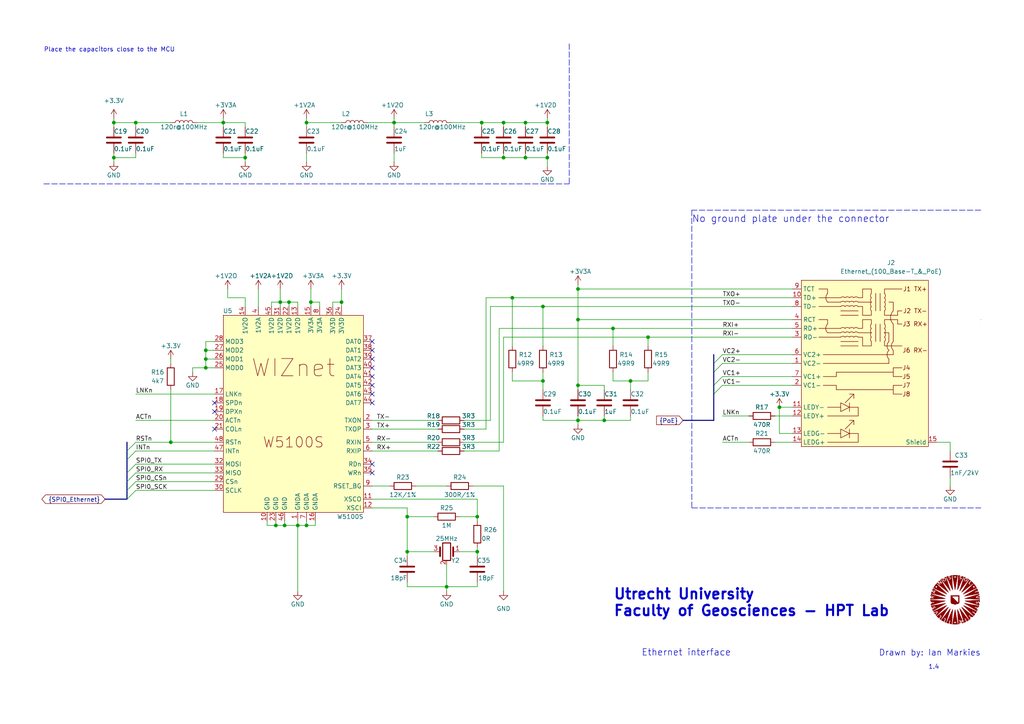
<source format=kicad_sch>
(kicad_sch (version 20211123) (generator eeschema)
  (paper "A4")
  (lib_symbols
    (symbol "+1V2A_1" (power) (in_bom no) (on_board no)
      (property "Value" "+1V2A_1" (at -3.81 3.81 0))
      (symbol "+1V2A_1_1_1"
        (pin power_in line (at 0 0 90) (length 0) hide (name "+1V2A") (number "1"))
      )
    )
    (symbol "+1V2D_1" (power) (in_bom no) (on_board no)
      (property "Value" "+1V2D_1" (at -3.81 3.81 0))
      (symbol "+1V2D_1_1_1"
        (pin power_in line (at 0 0 90) (length 0) hide (name "+1V2D") (number "1"))
      )
    )
    (symbol "+3V3A_1" (power) (in_bom no) (on_board no)
      (property "Value" "+3V3A_1" (at 0 5.08 0))
      (symbol "+3V3A_1_1_1"
        (pin power_in line (at 0 0 90) (length 0) hide (name "+3V3A") (number "1"))
      )
    )
    (symbol "+3V3A_2" (power) (in_bom no) (on_board no)
      (property "Value" "+3V3A_2" (at 0 5.08 0))
      (symbol "+3V3A_2_1_1"
        (pin power_in line (at 0 0 90) (length 0) hide (name "+3V3A") (number "1"))
      )
    )
    (symbol "Device:C" (pin_numbers hide) (pin_names (offset 0.254))
      (property "Reference" "C" (at 0.635 2.54 0))
      (property "Value" "C" (at 0.635 -2.54 0))
      (symbol "C_1_1"
        (pin passive line (at 0 3.81 270) (length 2.794) (name "~") (number "1"))
        (pin passive line (at 0 -3.81 90) (length 2.794) (name "~") (number "2"))
      )
    )
    (symbol "Device:L" (pin_numbers hide) (pin_names (offset 1.016) hide)
      (property "Reference" "L" (at -1.27 0 90))
      (property "Value" "L" (at 1.905 0 90))
      (symbol "L_1_1"
        (pin passive line (at 0 3.81 270) (length 1.27) (name "1") (number "1"))
        (pin passive line (at 0 -3.81 90) (length 1.27) (name "2") (number "2"))
      )
    )
    (symbol "Device:R" (pin_numbers hide) (pin_names (offset 0))
      (property "Reference" "R" (at 2.032 0 90))
      (property "Value" "R" (at 0 0 90))
      (symbol "R_1_1"
        (pin passive line (at 0 3.81 270) (length 1.27) (name "~") (number "1"))
        (pin passive line (at 0 -3.81 90) (length 1.27) (name "~") (number "2"))
      )
    )
    (symbol "HPT:+1V2A" (power) (in_bom no) (on_board no)
      (property "Value" "+1V2A" (at 0 5.08 0))
      (symbol "+1V2A_1_1"
        (pin power_in line (at 0 0 90) (length 0) hide (name "+1V2A") (number "1"))
      )
    )
    (symbol "HPT:+1V2D" (power) (in_bom no) (on_board no)
      (property "Value" "+1V2D" (at 0 5.08 0))
      (symbol "+1V2D_1_1"
        (pin power_in line (at 0 0 90) (length 0) hide (name "+1V2D") (number "1"))
      )
    )
    (symbol "HPT:+1V2O" (power) (in_bom no) (on_board no)
      (property "Value" "+1V2O" (at 0 5.08 0))
      (symbol "+1V2O_1_1"
        (pin power_in line (at 0 0 90) (length 0) hide (name "+1V2O") (number "1"))
      )
    )
    (symbol "HPT:+3V3A" (power) (in_bom no) (on_board no)
      (property "Value" "+3V3A" (at 0 5.08 0))
      (symbol "+3V3A_1_1"
        (pin power_in line (at 0 0 90) (length 0) hide (name "+3V3A") (number "1"))
      )
    )
    (symbol "HPT:Crystal"
      (property "Reference" "U" (at 1.27 6.35 0))
      (property "Value" "Crystal" (at 0 -8.89 0))
      (symbol "Crystal_1_1"
        (pin passive line (at -3.81 0 0) (length 1.27) (name "") (number "1"))
        (pin passive line (at 0 -3.81 90) (length 1.27) (name "") (number "2"))
        (pin passive line (at 3.81 0 180) (length 1.27) (name "") (number "3"))
        (pin passive line (at 0 -3.81 90) (length 1.27) hide (name "") (number "4"))
      )
    )
    (symbol "HPT:Ethernet_(100_Base-T_&_PoE)"
      (property "Reference" "J?" (at -16.51 29.21 0))
      (property "Value" "Ethernet_(100_Base-T_&_PoE)" (at -2.54 -21.59 0))
      (symbol "Ethernet_(100_Base-T_&_PoE)_0_0"
        (text "J1 TX+" (at 15.24 25.4 0) (effects (font (size 1.27 1.27))))
        (text "J2 TX-" (at 15.24 19.05 0) (effects (font (size 1.27 1.27))))
        (text "J3 RX+" (at 15.24 15.24 0) (effects (font (size 1.27 1.27))))
        (text "J4" (at 12.7 2.54 0) (effects (font (size 1.27 1.27))))
        (text "J5" (at 12.7 0 0) (effects (font (size 1.27 1.27))))
        (text "J6 RX-" (at 15.24 7.62 0) (effects (font (size 1.27 1.27))))
        (text "J7" (at 12.7 -2.54 0) (effects (font (size 1.27 1.27))))
        (text "J8" (at 12.7 -5.08 0) (effects (font (size 1.27 1.27))))
      )
      (symbol "Ethernet_(100_Base-T_&_PoE)_1_1"
        (pin output line (at -20.32 3.81 0) (length 2.54) (name "VC2-") (number "1"))
        (pin input line (at -20.32 22.86 0) (length 2.54) (name "TD+") (number "10"))
        (pin input line (at -20.32 -8.89 0) (length 2.54) (name "LEDY-") (number "11"))
        (pin input line (at -20.32 -11.43 0) (length 2.54) (name "LEDY+") (number "12"))
        (pin input line (at -20.32 -16.51 0) (length 2.54) (name "LEDG-") (number "13"))
        (pin input line (at -20.32 -19.05 0) (length 2.54) (name "LEDG+") (number "14"))
        (pin input line (at 21.59 -19.05 180) (length 2.54) (name "Shield") (number "15"))
        (pin input line (at 21.59 -19.05 180) (length 2.54) hide (name "Shield") (number "16"))
        (pin output line (at -20.32 -2.54 0) (length 2.54) (name "VC1-") (number "2"))
        (pin input line (at -20.32 11.43 0) (length 2.54) (name "RD-") (number "3"))
        (pin input line (at -20.32 16.51 0) (length 2.54) (name "RCT") (number "4"))
        (pin input line (at -20.32 13.97 0) (length 2.54) (name "RD+") (number "5"))
        (pin output line (at -20.32 6.35 0) (length 2.54) (name "VC2+") (number "6"))
        (pin output line (at -20.32 0 0) (length 2.54) (name "VC1+") (number "7"))
        (pin input line (at -20.32 20.32 0) (length 2.54) (name "TD-") (number "8"))
        (pin input line (at -20.32 25.4 0) (length 2.54) (name "TCT") (number "9"))
      )
    )
    (symbol "HPT:LOGO" (pin_names (offset 1.016)))
    (symbol "HPT:W5100S"
      (property "Reference" "U" (at -20.32 38.1 0))
      (property "Value" "W5100S" (at 20.32 -22.86 0))
      (symbol "W5100S_0_0"
        (text "W5100S" (at 0 0 0) (effects (font (size 3 3))))
        (text "WIZnet" (at 0 21.59 0) (effects (font (size 5 5))))
      )
      (symbol "W5100S_1_1"
        (pin input line (at -1.27 -22.86 90) (length 2.54) (name "GNDA") (number "1"))
        (pin input line (at 7.62 -22.86 90) (length 2.54) (name "GND") (number "10"))
        (pin input line (at -22.86 -16.51 0) (length 2.54) (name "XSCO") (number "11"))
        (pin input line (at -22.86 -19.05 0) (length 2.54) (name "XSCI") (number "12"))
        (pin input line (at -1.27 39.37 270) (length 2.54) (name "1V2D") (number "13"))
        (pin input line (at 13.97 39.37 270) (length 2.54) (name "1V2O") (number "14"))
        (pin input line (at -5.08 39.37 270) (length 2.54) (name "3V3A") (number "15"))
        (pin input line (at -6.35 -22.86 90) (length 2.54) (name "GNDA") (number "16"))
        (pin bidirectional line (at 22.86 13.97 180) (length 2.54) (name "LNKn") (number "17"))
        (pin bidirectional line (at 22.86 11.43 180) (length 2.54) (name "SPDn") (number "18"))
        (pin bidirectional line (at 22.86 8.89 180) (length 2.54) (name "DPXn") (number "19"))
        (pin input line (at -22.86 6.35 0) (length 2.54) (name "TXON") (number "2"))
        (pin bidirectional line (at 22.86 6.35 180) (length 2.54) (name "ACTn") (number "20"))
        (pin bidirectional line (at 22.86 3.81 180) (length 2.54) (name "COLn") (number "21"))
        (pin input line (at 1.27 39.37 270) (length 2.54) (name "1V2D") (number "22"))
        (pin input line (at 5.08 -22.86 90) (length 2.54) (name "GND") (number "23"))
        (pin input line (at -13.97 39.37 270) (length 2.54) (name "3V3D") (number "24"))
        (pin input line (at 22.86 21.59 180) (length 2.54) (name "MOD0") (number "25"))
        (pin input line (at 22.86 24.13 180) (length 2.54) (name "MOD1") (number "26"))
        (pin input line (at 22.86 26.67 180) (length 2.54) (name "MOD2") (number "27"))
        (pin input line (at 22.86 29.21 180) (length 2.54) (name "MOD3") (number "28"))
        (pin bidirectional line (at 22.86 -11.43 180) (length 2.54) (name "CSn") (number "29"))
        (pin input line (at -22.86 3.81 0) (length 2.54) (name "TXOP") (number "3"))
        (pin bidirectional line (at 22.86 -13.97 180) (length 2.54) (name "SCLK") (number "30"))
        (pin input line (at 3.81 39.37 270) (length 2.54) (name "1V2D") (number "31"))
        (pin bidirectional line (at 22.86 -6.35 180) (length 2.54) (name "MOSI") (number "32"))
        (pin bidirectional line (at 22.86 -8.89 180) (length 2.54) (name "MISO") (number "33"))
        (pin input line (at -22.86 -6.35 0) (length 2.54) (name "RDn") (number "34"))
        (pin input line (at -22.86 -8.89 0) (length 2.54) (name "WRn") (number "35"))
        (pin input line (at -11.43 39.37 270) (length 2.54) (name "3V3D") (number "36"))
        (pin input line (at -22.86 29.21 0) (length 2.54) (name "DAT0") (number "37"))
        (pin input line (at -22.86 26.67 0) (length 2.54) (name "DAT1") (number "38"))
        (pin input line (at -22.86 24.13 0) (length 2.54) (name "DAT2") (number "39"))
        (pin input line (at 10.16 39.37 270) (length 2.54) (name "1V2A") (number "4"))
        (pin input line (at -22.86 21.59 0) (length 2.54) (name "DAT3") (number "40"))
        (pin input line (at -22.86 19.05 0) (length 2.54) (name "DAT4") (number "41"))
        (pin input line (at -22.86 16.51 0) (length 2.54) (name "DAT5") (number "42"))
        (pin input line (at -22.86 13.97 0) (length 2.54) (name "DAT6") (number "43"))
        (pin input line (at -22.86 11.43 0) (length 2.54) (name "DAT7") (number "44"))
        (pin input line (at 6.35 39.37 270) (length 2.54) (name "1V2D") (number "45"))
        (pin input line (at 2.54 -22.86 90) (length 2.54) (name "GND") (number "46"))
        (pin bidirectional line (at 22.86 -2.54 180) (length 2.54) (name "INTn") (number "47"))
        (pin bidirectional line (at 22.86 0 180) (length 2.54) (name "RSTn") (number "48"))
        (pin input line (at -22.86 0 0) (length 2.54) (name "RXIN") (number "5"))
        (pin input line (at -22.86 -2.54 0) (length 2.54) (name "RXIP") (number "6"))
        (pin input line (at -3.81 -22.86 90) (length 2.54) (name "GNDA") (number "7"))
        (pin input line (at -7.62 39.37 270) (length 2.54) (name "3V3A") (number "8"))
        (pin input line (at -22.86 -12.7 0) (length 2.54) (name "RSET_BG") (number "9"))
      )
    )
    (symbol "power:+3.3V" (power) (pin_names (offset 0))
      (property "Value" "+3.3V" (at 0 3.556 0))
      (symbol "+3.3V_1_1"
        (pin power_in line (at 0 0 90) (length 0) hide (name "+3.3V") (number "1"))
      )
    )
    (symbol "power:GND" (power) (pin_names (offset 0))
      (property "Value" "GND" (at 0 -3.81 0))
      (symbol "GND_1_1"
        (pin power_in line (at 0 0 270) (length 0) hide (name "GND") (number "1"))
      )
    )
  )
  (junction (at 129.54 170.18))
  (junction (at 49.53 128.27))
  (junction (at 33.02 35.56))
  (junction (at 146.05 45.72))
  (junction (at 158.75 35.56))
  (junction (at 152.4 35.56))
  (junction (at 59.69 101.6))
  (junction (at 82.55 152.4))
  (junction (at 139.7 35.56))
  (junction (at 167.64 83.82))
  (junction (at 175.26 121.92))
  (junction (at 138.43 149.86))
  (junction (at 167.64 92.71))
  (junction (at 39.37 35.56))
  (junction (at 64.77 35.56))
  (junction (at 157.48 110.49))
  (junction (at 99.06 87.63))
  (junction (at 158.75 45.72))
  (junction (at 182.88 110.49))
  (junction (at 80.01 152.4))
  (junction (at 83.82 87.63))
  (junction (at 138.43 160.02))
  (junction (at 114.3 35.56))
  (junction (at 226.06 118.11))
  (junction (at 146.05 35.56))
  (junction (at 148.59 86.36))
  (junction (at 88.9 152.4))
  (junction (at 177.8 95.25))
  (junction (at 86.36 152.4))
  (junction (at 88.9 35.56))
  (junction (at 90.17 87.63))
  (junction (at 71.12 45.72))
  (junction (at 59.69 106.68))
  (junction (at 167.64 111.76))
  (junction (at 152.4 45.72))
  (junction (at 157.48 88.9))
  (junction (at 118.11 149.86))
  (junction (at 81.28 87.63))
  (junction (at 118.11 160.02))
  (junction (at 167.64 121.92))
  (junction (at 59.69 104.14))
  (junction (at 33.02 45.72))
  (junction (at 187.96 97.79))
  (no_connect (at 107.95 137.16))
  (no_connect (at 107.95 134.62))
  (no_connect (at 62.23 116.84))
  (no_connect (at 62.23 124.46))
  (no_connect (at 62.23 119.38))
  (no_connect (at 107.95 109.22))
  (no_connect (at 107.95 106.68))
  (no_connect (at 107.95 111.76))
  (no_connect (at 107.95 114.3))
  (no_connect (at 107.95 116.84))
  (no_connect (at 107.95 104.14))
  (no_connect (at 107.95 101.6))
  (no_connect (at 107.95 99.06))
  (bus_entry (at 36.83 142.24) (size 2.54 -2.54))
  (bus_entry (at 36.83 130.81) (size 2.54 -2.54))
  (bus_entry (at 209.55 109.22) (size -2.54 2.54))
  (bus_entry (at 209.55 105.41) (size -2.54 2.54))
  (bus_entry (at 209.55 102.87) (size -2.54 2.54))
  (bus_entry (at 36.83 139.7) (size 2.54 -2.54))
  (bus_entry (at 36.83 133.35) (size 2.54 -2.54))
  (bus_entry (at 36.83 144.78) (size 2.54 -2.54))
  (bus_entry (at 209.55 111.76) (size -2.54 2.54))
  (bus_entry (at 36.83 137.16) (size 2.54 -2.54))
  (wire (pts (xy 224.79 120.65) (xy 229.87 120.65)))
  (wire (pts (xy 39.37 137.16) (xy 62.23 137.16)))
  (wire (pts (xy 138.43 170.18) (xy 129.54 170.18)))
  (wire (pts (xy 99.06 83.82) (xy 99.06 87.63)))
  (wire (pts (xy 106.68 35.56) (xy 114.3 35.56)))
  (wire (pts (xy 82.55 152.4) (xy 86.36 152.4)))
  (wire (pts (xy 114.3 35.56) (xy 114.3 36.83)))
  (wire (pts (xy 182.88 110.49) (xy 182.88 113.03)))
  (wire (pts (xy 64.77 35.56) (xy 64.77 36.83)))
  (wire (pts (xy 138.43 170.18) (xy 138.43 168.91)))
  (wire (pts (xy 139.7 35.56) (xy 146.05 35.56)))
  (wire (pts (xy 33.02 45.72) (xy 33.02 44.45)))
  (wire (pts (xy 158.75 45.72) (xy 158.75 48.26)))
  (wire (pts (xy 33.02 35.56) (xy 33.02 36.83)))
  (wire (pts (xy 49.53 113.03) (xy 49.53 128.27)))
  (wire (pts (xy 129.54 170.18) (xy 118.11 170.18)))
  (wire (pts (xy 107.95 147.32) (xy 118.11 147.32)))
  (wire (pts (xy 157.48 120.65) (xy 157.48 121.92)))
  (wire (pts (xy 71.12 45.72) (xy 71.12 46.99)))
  (wire (pts (xy 62.23 99.06) (xy 59.69 99.06)))
  (wire (pts (xy 137.16 140.97) (xy 146.05 140.97)))
  (wire (pts (xy 114.3 35.56) (xy 123.19 35.56)))
  (bus (pts (xy 36.83 137.16) (xy 36.83 139.7)))
  (wire (pts (xy 114.3 46.99) (xy 114.3 44.45)))
  (wire (pts (xy 49.53 105.41) (xy 49.53 104.14)))
  (wire (pts (xy 88.9 151.13) (xy 88.9 152.4)))
  (wire (pts (xy 96.52 87.63) (xy 96.52 88.9)))
  (wire (pts (xy 167.64 92.71) (xy 229.87 92.71)))
  (wire (pts (xy 92.71 87.63) (xy 92.71 88.9)))
  (wire (pts (xy 118.11 149.86) (xy 118.11 160.02)))
  (wire (pts (xy 134.62 121.92) (xy 142.24 121.92)))
  (bus (pts (xy 36.83 142.24) (xy 36.83 144.78)))
  (wire (pts (xy 167.64 111.76) (xy 167.64 113.03)))
  (wire (pts (xy 88.9 34.29) (xy 88.9 35.56)))
  (wire (pts (xy 138.43 149.86) (xy 133.35 149.86)))
  (wire (pts (xy 81.28 87.63) (xy 78.74 87.63)))
  (wire (pts (xy 144.78 130.81) (xy 144.78 95.25)))
  (wire (pts (xy 157.48 107.95) (xy 157.48 110.49)))
  (polyline (pts (xy 200.66 147.32) (xy 284.48 147.32)))
  (wire (pts (xy 187.96 97.79) (xy 229.87 97.79)))
  (wire (pts (xy 107.95 140.97) (xy 113.03 140.97)))
  (wire (pts (xy 64.77 34.29) (xy 64.77 35.56)))
  (wire (pts (xy 139.7 45.72) (xy 146.05 45.72)))
  (wire (pts (xy 39.37 45.72) (xy 39.37 44.45)))
  (wire (pts (xy 146.05 35.56) (xy 152.4 35.56)))
  (polyline (pts (xy 12.7 53.34) (xy 165.1 53.34)))
  (bus (pts (xy 36.83 133.35) (xy 36.83 137.16)))
  (wire (pts (xy 71.12 45.72) (xy 71.12 44.45)))
  (wire (pts (xy 209.55 111.76) (xy 229.87 111.76)))
  (wire (pts (xy 90.17 83.82) (xy 90.17 87.63)))
  (wire (pts (xy 77.47 152.4) (xy 80.01 152.4)))
  (wire (pts (xy 64.77 35.56) (xy 71.12 35.56)))
  (polyline (pts (xy 165.1 12.7) (xy 165.1 53.34)))
  (wire (pts (xy 127 128.27) (xy 107.95 128.27)))
  (wire (pts (xy 78.74 87.63) (xy 78.74 88.9)))
  (bus (pts (xy 207.01 107.95) (xy 207.01 111.76)))
  (wire (pts (xy 33.02 45.72) (xy 39.37 45.72)))
  (wire (pts (xy 114.3 34.29) (xy 114.3 35.56)))
  (wire (pts (xy 125.73 149.86) (xy 118.11 149.86)))
  (wire (pts (xy 146.05 97.79) (xy 187.96 97.79)))
  (wire (pts (xy 138.43 151.13) (xy 138.43 149.86)))
  (wire (pts (xy 175.26 120.65) (xy 175.26 121.92)))
  (wire (pts (xy 71.12 35.56) (xy 71.12 36.83)))
  (wire (pts (xy 144.78 95.25) (xy 177.8 95.25)))
  (wire (pts (xy 134.62 128.27) (xy 146.05 128.27)))
  (wire (pts (xy 224.79 128.27) (xy 229.87 128.27)))
  (wire (pts (xy 74.93 83.82) (xy 74.93 88.9)))
  (wire (pts (xy 62.23 104.14) (xy 59.69 104.14)))
  (wire (pts (xy 59.69 104.14) (xy 59.69 101.6)))
  (bus (pts (xy 207.01 111.76) (xy 207.01 114.3)))
  (wire (pts (xy 139.7 45.72) (xy 139.7 44.45)))
  (bus (pts (xy 36.83 128.27) (xy 36.83 130.81)))
  (wire (pts (xy 146.05 45.72) (xy 146.05 44.45)))
  (wire (pts (xy 134.62 124.46) (xy 140.97 124.46)))
  (wire (pts (xy 59.69 106.68) (xy 55.88 106.68)))
  (wire (pts (xy 55.88 106.68) (xy 55.88 107.95)))
  (wire (pts (xy 88.9 44.45) (xy 88.9 46.99)))
  (wire (pts (xy 148.59 86.36) (xy 229.87 86.36)))
  (wire (pts (xy 158.75 45.72) (xy 158.75 44.45)))
  (wire (pts (xy 138.43 158.75) (xy 138.43 160.02)))
  (wire (pts (xy 158.75 35.56) (xy 158.75 36.83)))
  (wire (pts (xy 86.36 87.63) (xy 83.82 87.63)))
  (wire (pts (xy 39.37 128.27) (xy 49.53 128.27)))
  (wire (pts (xy 90.17 87.63) (xy 90.17 88.9)))
  (wire (pts (xy 134.62 130.81) (xy 144.78 130.81)))
  (wire (pts (xy 138.43 144.78) (xy 138.43 149.86)))
  (wire (pts (xy 167.64 121.92) (xy 175.26 121.92)))
  (wire (pts (xy 157.48 121.92) (xy 167.64 121.92)))
  (wire (pts (xy 209.55 109.22) (xy 229.87 109.22)))
  (wire (pts (xy 83.82 87.63) (xy 83.82 88.9)))
  (wire (pts (xy 80.01 152.4) (xy 82.55 152.4)))
  (wire (pts (xy 152.4 35.56) (xy 158.75 35.56)))
  (bus (pts (xy 36.83 130.81) (xy 36.83 133.35)))
  (wire (pts (xy 167.64 92.71) (xy 167.64 111.76)))
  (bus (pts (xy 198.12 121.92) (xy 207.01 121.92)))
  (wire (pts (xy 64.77 45.72) (xy 71.12 45.72)))
  (wire (pts (xy 39.37 121.92) (xy 62.23 121.92)))
  (wire (pts (xy 118.11 170.18) (xy 118.11 168.91)))
  (bus (pts (xy 36.83 139.7) (xy 36.83 142.24)))
  (wire (pts (xy 142.24 88.9) (xy 142.24 121.92)))
  (wire (pts (xy 148.59 110.49) (xy 157.48 110.49)))
  (wire (pts (xy 57.15 35.56) (xy 64.77 35.56)))
  (wire (pts (xy 81.28 87.63) (xy 81.28 88.9)))
  (wire (pts (xy 118.11 160.02) (xy 118.11 161.29)))
  (wire (pts (xy 88.9 35.56) (xy 99.06 35.56)))
  (wire (pts (xy 86.36 151.13) (xy 86.36 152.4)))
  (wire (pts (xy 62.23 106.68) (xy 59.69 106.68)))
  (wire (pts (xy 127 130.81) (xy 107.95 130.81)))
  (wire (pts (xy 229.87 118.11) (xy 226.06 118.11)))
  (wire (pts (xy 120.65 140.97) (xy 129.54 140.97)))
  (polyline (pts (xy 284.48 60.96) (xy 200.66 60.96)))
  (wire (pts (xy 81.28 83.82) (xy 81.28 87.63)))
  (wire (pts (xy 49.53 128.27) (xy 62.23 128.27)))
  (wire (pts (xy 133.35 160.02) (xy 138.43 160.02)))
  (bus (pts (xy 30.48 144.78) (xy 36.83 144.78)))
  (wire (pts (xy 107.95 144.78) (xy 138.43 144.78)))
  (wire (pts (xy 77.47 151.13) (xy 77.47 152.4)))
  (wire (pts (xy 127 121.92) (xy 107.95 121.92)))
  (wire (pts (xy 118.11 160.02) (xy 125.73 160.02)))
  (wire (pts (xy 33.02 35.56) (xy 33.02 34.29)))
  (wire (pts (xy 39.37 142.24) (xy 62.23 142.24)))
  (wire (pts (xy 86.36 88.9) (xy 86.36 87.63)))
  (wire (pts (xy 148.59 86.36) (xy 148.59 100.33)))
  (wire (pts (xy 209.55 102.87) (xy 229.87 102.87)))
  (wire (pts (xy 39.37 130.81) (xy 62.23 130.81)))
  (wire (pts (xy 209.55 120.65) (xy 217.17 120.65)))
  (wire (pts (xy 33.02 46.99) (xy 33.02 45.72)))
  (wire (pts (xy 157.48 100.33) (xy 157.48 88.9)))
  (wire (pts (xy 139.7 35.56) (xy 139.7 36.83)))
  (wire (pts (xy 71.12 86.36) (xy 71.12 88.9)))
  (wire (pts (xy 99.06 87.63) (xy 96.52 87.63)))
  (wire (pts (xy 177.8 95.25) (xy 229.87 95.25)))
  (wire (pts (xy 182.88 110.49) (xy 187.96 110.49)))
  (wire (pts (xy 64.77 45.72) (xy 64.77 44.45)))
  (wire (pts (xy 39.37 114.3) (xy 62.23 114.3)))
  (wire (pts (xy 118.11 147.32) (xy 118.11 149.86)))
  (wire (pts (xy 86.36 152.4) (xy 88.9 152.4)))
  (wire (pts (xy 157.48 88.9) (xy 229.87 88.9)))
  (wire (pts (xy 39.37 35.56) (xy 39.37 36.83)))
  (wire (pts (xy 39.37 139.7) (xy 62.23 139.7)))
  (wire (pts (xy 175.26 121.92) (xy 182.88 121.92)))
  (wire (pts (xy 66.04 83.82) (xy 66.04 86.36)))
  (wire (pts (xy 59.69 101.6) (xy 59.69 99.06)))
  (wire (pts (xy 167.64 111.76) (xy 175.26 111.76)))
  (wire (pts (xy 142.24 88.9) (xy 157.48 88.9)))
  (wire (pts (xy 91.44 151.13) (xy 91.44 152.4)))
  (wire (pts (xy 167.64 120.65) (xy 167.64 121.92)))
  (wire (pts (xy 148.59 107.95) (xy 148.59 110.49)))
  (wire (pts (xy 146.05 128.27) (xy 146.05 97.79)))
  (polyline (pts (xy 200.66 60.96) (xy 200.66 147.32)))
  (wire (pts (xy 39.37 35.56) (xy 33.02 35.56)))
  (wire (pts (xy 138.43 160.02) (xy 138.43 161.29)))
  (wire (pts (xy 99.06 87.63) (xy 99.06 88.9)))
  (wire (pts (xy 187.96 97.79) (xy 187.96 100.33)))
  (wire (pts (xy 146.05 140.97) (xy 146.05 171.45)))
  (wire (pts (xy 146.05 45.72) (xy 152.4 45.72)))
  (wire (pts (xy 177.8 107.95) (xy 177.8 110.49)))
  (wire (pts (xy 90.17 87.63) (xy 92.71 87.63)))
  (wire (pts (xy 129.54 171.45) (xy 129.54 170.18)))
  (wire (pts (xy 140.97 124.46) (xy 140.97 86.36)))
  (wire (pts (xy 129.54 163.83) (xy 129.54 170.18)))
  (wire (pts (xy 146.05 35.56) (xy 146.05 36.83)))
  (wire (pts (xy 86.36 152.4) (xy 86.36 171.45)))
  (wire (pts (xy 167.64 121.92) (xy 167.64 123.19)))
  (wire (pts (xy 152.4 45.72) (xy 158.75 45.72)))
  (wire (pts (xy 88.9 152.4) (xy 91.44 152.4)))
  (wire (pts (xy 182.88 121.92) (xy 182.88 120.65)))
  (wire (pts (xy 167.64 83.82) (xy 167.64 92.71)))
  (wire (pts (xy 177.8 95.25) (xy 177.8 100.33)))
  (wire (pts (xy 167.64 82.55) (xy 167.64 83.82)))
  (wire (pts (xy 152.4 35.56) (xy 152.4 36.83)))
  (wire (pts (xy 157.48 110.49) (xy 157.48 113.03)))
  (wire (pts (xy 271.78 128.27) (xy 275.59 128.27)))
  (wire (pts (xy 158.75 34.29) (xy 158.75 35.56)))
  (bus (pts (xy 207.01 105.41) (xy 207.01 107.95)))
  (wire (pts (xy 59.69 106.68) (xy 59.69 104.14)))
  (wire (pts (xy 81.28 87.63) (xy 83.82 87.63)))
  (wire (pts (xy 127 124.46) (xy 107.95 124.46)))
  (wire (pts (xy 275.59 140.97) (xy 275.59 138.43)))
  (wire (pts (xy 62.23 101.6) (xy 59.69 101.6)))
  (wire (pts (xy 226.06 125.73) (xy 226.06 118.11)))
  (bus (pts (xy 207.01 114.3) (xy 207.01 121.92)))
  (wire (pts (xy 209.55 105.41) (xy 229.87 105.41)))
  (wire (pts (xy 177.8 110.49) (xy 182.88 110.49)))
  (wire (pts (xy 82.55 151.13) (xy 82.55 152.4)))
  (wire (pts (xy 130.81 35.56) (xy 139.7 35.56)))
  (wire (pts (xy 229.87 125.73) (xy 226.06 125.73)))
  (wire (pts (xy 140.97 86.36) (xy 148.59 86.36)))
  (wire (pts (xy 39.37 134.62) (xy 62.23 134.62)))
  (wire (pts (xy 49.53 35.56) (xy 39.37 35.56)))
  (wire (pts (xy 152.4 45.72) (xy 152.4 44.45)))
  (bus (pts (xy 207.01 102.87) (xy 207.01 105.41)))
  (wire (pts (xy 175.26 113.03) (xy 175.26 111.76)))
  (wire (pts (xy 187.96 107.95) (xy 187.96 110.49)))
  (wire (pts (xy 88.9 35.56) (xy 88.9 36.83)))
  (wire (pts (xy 275.59 128.27) (xy 275.59 130.81)))
  (wire (pts (xy 167.64 83.82) (xy 229.87 83.82)))
  (wire (pts (xy 80.01 151.13) (xy 80.01 152.4)))
  (wire (pts (xy 209.55 128.27) (xy 217.17 128.27)))
  (wire (pts (xy 66.04 86.36) (xy 71.12 86.36)))
  (text "No ground plate under the connector\n" (at 200.66 64.77 0) (effects (font (size 2 2)) (justify left bottom)))
  (text "Ethernet interface" (at 212.09 190.5 180) (effects (font (size 1.905 1.905)) (justify right bottom)))
  (text "Utrecht University\nFaculty of Geosciences - HPT Lab" (at 177.8 179.07 0) (effects (font (size 3 3) (thickness 0.6) bold) (justify left bottom)))
  (text "Drawn by: Ian Markies" (at 284.48 190.5 180) (effects (font (size 1.75 1.75)) (justify right bottom)))
  (text "1.4\n" (at 269.24 194.31 0) (effects (font (size 1.27 1.27)) (justify left bottom)))
  (text "Place the capacitors close to the MCU" (at 12.7 15.24 0) (effects (font (size 1.27 1.27)) (justify left bottom)))
  (label "TXO-" (at 209.55 88.9 0))
  (label "ACTn" (at 209.55 128.27 0))
  (label "RX+" (at 109.22 130.81 0))
  (label "SPI0_RX" (at 39.37 137.16 0))
  (label "VC2+" (at 209.55 102.87 0))
  (label "RSTn" (at 39.37 128.27 0))
  (label "SPI0_CSn" (at 39.37 139.7 0))
  (label "SPI0_SCK" (at 39.37 142.24 0))
  (label "VC1-" (at 209.55 111.76 0))
  (label "TXO+" (at 209.55 86.36 0))
  (label "TX-" (at 109.22 121.92 0))
  (label "INTn" (at 39.37 130.81 0))
  (label "LNKn" (at 209.55 120.65 0))
  (label "SPI0_TX" (at 39.37 134.62 0))
  (label "LNKn" (at 39.37 114.3 0))
  (label "RX-" (at 109.22 128.27 0))
  (label "ACTn" (at 39.37 121.92 0))
  (label "RXI-" (at 209.55 97.79 0))
  (label "TX+" (at 109.22 124.46 0))
  (label "VC2-" (at 209.55 105.41 0))
  (label "VC1+" (at 209.55 109.22 0))
  (label "RXI+" (at 209.55 95.25 0))
  (global_label "{SPI0_Ethernet}" (shape bidirectional) (at 30.48 144.78 180) (property "Intersheet References" "${INTERSHEET_REFS}" (effects hide)))
  (global_label "{PoE}" (shape input) (at 198.12 121.92 180) (property "Intersheet References" "${INTERSHEET_REFS}" (effects hide)))
  (symbol (lib_id "Device:R") (at 148.59 104.14 180) (unit 1)
    (property "Reference" "R12" (at 152.4 102.87 0))
    (property "Value" "49R9" (at 152.4 105.41 0))
    (property "Footprint" "Resistor_SMD:R_0402_1005Metric" (effects hide))
  )
  (symbol (lib_id "Device:C") (at 175.26 116.84 0) (unit 1)
    (property "Reference" "C31" (at 175.26 114.3 0) (effects (justify left)))
    (property "Value" "1uF" (at 175.26 119.38 0) (effects (justify left)))
    (property "Footprint" "Capacitor_SMD:C_0402_1005Metric" (effects hide))
  )
  (symbol (lib_id "HPT:Crystal") (at 129.54 160.02 0) (mirror y) (unit 1)
    (property "Reference" "Y2" (at 132.08 162.56 0))
    (property "Value" "25MHz" (at 129.54 156.21 0))
    (property "Footprint" "Crystal:Crystal_SMD_Abracon_ABM8G-4Pin_3.2x2.5mm" (effects hide))
  )
  (symbol (lib_id "power:GND") (at 33.02 46.99 0) (unit 1)
    (property "Reference" "#PWR026" (effects hide))
    (property "Value" "GND" (at 33.02 50.8 0))
  )
  (symbol (lib_id "Device:L") (at 53.34 35.56 90) (unit 1)
    (property "Reference" "L1" (at 53.34 33.02 90))
    (property "Value" "120r@100MHz" (at 53.34 36.83 90))
    (property "Footprint" "Inductor_SMD:L_0402_1005Metric" (effects hide))
  )
  (symbol (lib_id "power:GND") (at 275.59 140.97 0) (unit 1)
    (property "Reference" "#PWR036" (effects hide))
    (property "Value" "GND" (at 275.59 144.78 0))
  )
  (symbol (lib_id "HPT:W5100S") (at 85.09 128.27 0) (mirror y) (unit 1)
    (property "Reference" "U5" (at 66.04 90.17 0))
    (property "Value" "W5100S" (at 101.6 149.86 0))
    (property "Footprint" "HPT:LQFP48" (effects hide))
  )
  (symbol (lib_name "+3V3A_1") (lib_id "HPT:+3V3A") (at 90.17 83.82 0) (unit 1) (in_bom no) (on_board no)
    (property "Reference" "#U0101" (effects hide))
    (property "Value" "+3V3A" (at 87.63 80.01 0) (effects (justify left)))
  )
  (symbol (lib_id "Device:R") (at 133.35 140.97 270) (mirror x) (unit 1)
    (property "Reference" "R24" (at 133.35 138.43 90))
    (property "Value" "300R/1%" (at 133.35 143.51 90))
    (property "Footprint" "Resistor_SMD:R_0402_1005Metric" (effects hide))
  )
  (symbol (lib_id "HPT:+1V2D") (at 158.75 34.29 0) (unit 1) (in_bom no) (on_board no)
    (property "Reference" "#U07" (effects hide))
    (property "Value" "+1V2D" (at 154.94 30.48 0) (effects (justify left)))
  )
  (symbol (lib_id "Device:R") (at 187.96 104.14 180) (unit 1)
    (property "Reference" "R15" (at 191.77 102.87 0))
    (property "Value" "49R9" (at 191.77 105.41 0))
    (property "Footprint" "Resistor_SMD:R_0402_1005Metric" (effects hide))
  )
  (symbol (lib_id "power:+3.3V") (at 226.06 118.11 0) (unit 1)
    (property "Reference" "#PWR034" (effects hide))
    (property "Value" "+3.3V" (at 226.06 114.3 0))
  )
  (symbol (lib_id "power:GND") (at 129.54 171.45 0) (mirror y) (unit 1)
    (property "Reference" "#PWR038" (effects hide))
    (property "Value" "GND" (at 129.54 175.26 0))
  )
  (symbol (lib_id "HPT:+1V2A") (at 88.9 34.29 0) (unit 1) (in_bom no) (on_board no)
    (property "Reference" "#U05" (effects hide))
    (property "Value" "+1V2A" (at 85.09 30.48 0) (effects (justify left)))
  )
  (symbol (lib_id "Device:C") (at 158.75 40.64 0) (unit 1)
    (property "Reference" "C28" (at 158.75 38.1 0) (effects (justify left)))
    (property "Value" "0.1uF" (at 158.75 43.18 0) (effects (justify left)))
    (property "Footprint" "Capacitor_SMD:C_0402_1005Metric" (effects hide))
  )
  (symbol (lib_id "Device:C") (at 114.3 40.64 0) (unit 1)
    (property "Reference" "C24" (at 114.3 38.1 0) (effects (justify left)))
    (property "Value" "1uF" (at 114.3 43.18 0) (effects (justify left)))
    (property "Footprint" "Capacitor_SMD:C_0402_1005Metric" (effects hide))
  )
  (symbol (lib_id "Device:R") (at 220.98 128.27 270) (unit 1)
    (property "Reference" "R21" (at 220.98 125.73 90))
    (property "Value" "470R" (at 220.98 130.81 90))
    (property "Footprint" "Resistor_SMD:R_0402_1005Metric" (effects hide))
  )
  (symbol (lib_id "Device:C") (at 118.11 165.1 0) (mirror y) (unit 1)
    (property "Reference" "C34" (at 118.11 162.56 0) (effects (justify left)))
    (property "Value" "18pF" (at 118.11 167.64 0) (effects (justify left)))
    (property "Footprint" "Capacitor_SMD:C_0402_1005Metric" (effects hide))
  )
  (symbol (lib_id "power:+3.3V") (at 49.53 104.14 0) (unit 1)
    (property "Reference" "#PWR032" (effects hide))
    (property "Value" "+3.3V" (at 49.53 100.33 0))
  )
  (symbol (lib_id "Device:C") (at 182.88 116.84 0) (unit 1)
    (property "Reference" "C32" (at 182.88 114.3 0) (effects (justify left)))
    (property "Value" "0.1uF" (at 182.88 119.38 0) (effects (justify left)))
    (property "Footprint" "Capacitor_SMD:C_0402_1005Metric" (effects hide))
  )
  (symbol (lib_id "HPT:+1V2O") (at 66.04 83.82 0) (unit 1) (in_bom no) (on_board no)
    (property "Reference" "#PWR012O01" (effects hide))
    (property "Value" "+1V2O" (at 62.23 80.01 0) (effects (justify left)))
  )
  (symbol (lib_id "power:GND") (at 146.05 171.45 0) (unit 1)
    (property "Reference" "#PWR039" (effects hide))
    (property "Value" "GND" (at 146.05 176.53 0))
  )
  (symbol (lib_id "Device:R") (at 157.48 104.14 180) (unit 1)
    (property "Reference" "R13" (at 161.29 102.87 0))
    (property "Value" "49R9" (at 161.29 105.41 0))
    (property "Footprint" "Resistor_SMD:R_0402_1005Metric" (effects hide))
  )
  (symbol (lib_id "Device:C") (at 139.7 40.64 0) (unit 1)
    (property "Reference" "C25" (at 139.7 38.1 0) (effects (justify left)))
    (property "Value" "0.1uF" (at 139.7 43.18 0) (effects (justify left)))
    (property "Footprint" "Capacitor_SMD:C_0402_1005Metric" (effects hide))
  )
  (symbol (lib_id "Device:C") (at 71.12 40.64 0) (unit 1)
    (property "Reference" "C22" (at 71.12 38.1 0) (effects (justify left)))
    (property "Value" "0.1uF" (at 71.12 43.18 0) (effects (justify left)))
    (property "Footprint" "Capacitor_SMD:C_0402_1005Metric" (effects hide))
  )
  (symbol (lib_id "Device:R") (at 138.43 154.94 0) (mirror x) (unit 1)
    (property "Reference" "R26" (at 142.24 153.67 0))
    (property "Value" "0R" (at 140.97 156.21 0))
    (property "Footprint" "Resistor_SMD:R_0402_1005Metric" (effects hide))
  )
  (symbol (lib_id "Device:C") (at 138.43 165.1 0) (mirror y) (unit 1)
    (property "Reference" "C35" (at 142.24 162.56 0) (effects (justify left)))
    (property "Value" "18pF" (at 143.51 167.64 0) (effects (justify left)))
    (property "Footprint" "Capacitor_SMD:C_0402_1005Metric" (effects hide))
  )
  (symbol (lib_id "Device:C") (at 146.05 40.64 0) (unit 1)
    (property "Reference" "C26" (at 146.05 38.1 0) (effects (justify left)))
    (property "Value" "0.1uF" (at 146.05 43.18 0) (effects (justify left)))
    (property "Footprint" "Capacitor_SMD:C_0402_1005Metric" (effects hide))
  )
  (symbol (lib_id "HPT:+1V2O") (at 114.3 34.29 0) (unit 1) (in_bom no) (on_board no)
    (property "Reference" "#U06" (effects hide))
    (property "Value" "+1V2O" (at 110.49 30.48 0) (effects (justify left)))
  )
  (symbol (lib_id "power:GND") (at 114.3 46.99 0) (unit 1)
    (property "Reference" "#PWR029" (effects hide))
    (property "Value" "GND" (at 114.3 50.8 0))
  )
  (symbol (lib_id "Device:L") (at 127 35.56 90) (unit 1)
    (property "Reference" "L3" (at 124.46 33.02 90))
    (property "Value" "120r@100MHz" (at 128.27 36.83 90))
    (property "Footprint" "Inductor_SMD:L_0402_1005Metric" (effects hide))
  )
  (symbol (lib_id "Device:C") (at 39.37 40.64 0) (unit 1)
    (property "Reference" "C20" (at 39.37 38.1 0) (effects (justify left)))
    (property "Value" "0.1uF" (at 39.37 43.18 0) (effects (justify left)))
    (property "Footprint" "Capacitor_SMD:C_0402_1005Metric" (effects hide))
  )
  (symbol (lib_id "power:GND") (at 55.88 107.95 0) (unit 1)
    (property "Reference" "#PWR033" (effects hide))
    (property "Value" "GND" (at 55.88 111.76 0))
  )
  (symbol (lib_id "Device:R") (at 177.8 104.14 180) (unit 1)
    (property "Reference" "R14" (at 181.61 102.87 0))
    (property "Value" "49R9" (at 181.61 105.41 0))
    (property "Footprint" "Resistor_SMD:R_0402_1005Metric" (effects hide))
  )
  (symbol (lib_name "+1V2D_1") (lib_id "HPT:+1V2D") (at 81.28 83.82 0) (mirror y) (unit 1)
    (property "Reference" "#PWR012D01" (effects hide))
    (property "Value" "+1V2D" (at 85.09 80.01 0) (effects (justify left)))
  )
  (symbol (lib_id "Device:R") (at 49.53 109.22 0) (unit 1)
    (property "Reference" "R16" (at 45.72 107.95 0))
    (property "Value" "4k7" (at 45.72 110.49 0))
    (property "Footprint" "Resistor_SMD:R_0402_1005Metric" (effects hide))
  )
  (symbol (lib_id "Device:C") (at 275.59 134.62 0) (unit 1)
    (property "Reference" "C33" (at 276.86 132.08 0) (effects (justify left)))
    (property "Value" "1nF/2kV" (at 275.59 137.16 0) (effects (justify left)))
    (property "Footprint" "Capacitor_SMD:C_1206_3216Metric" (effects hide))
  )
  (symbol (lib_id "power:+3.3V") (at 33.02 34.29 0) (unit 1)
    (property "Reference" "#PWR025" (effects hide))
    (property "Value" "+3.3V" (at 33.02 29.21 0))
  )
  (symbol (lib_id "Device:R") (at 130.81 121.92 270) (mirror x) (unit 1)
    (property "Reference" "R18" (at 125.73 120.65 90))
    (property "Value" "3R3" (at 135.89 120.65 90))
    (property "Footprint" "Resistor_SMD:R_0402_1005Metric" (effects hide))
  )
  (symbol (lib_id "power:GND") (at 71.12 46.99 0) (unit 1)
    (property "Reference" "#PWR027" (effects hide))
    (property "Value" "GND" (at 71.12 50.8 0))
  )
  (symbol (lib_id "power:+3.3V") (at 99.06 83.82 0) (mirror y) (unit 1)
    (property "Reference" "#PWR031" (effects hide))
    (property "Value" "+3.3V" (at 99.06 80.01 0))
  )
  (symbol (lib_id "Device:R") (at 116.84 140.97 270) (mirror x) (unit 1)
    (property "Reference" "R23" (at 116.84 138.43 90))
    (property "Value" "12K/1%" (at 116.84 143.51 90))
    (property "Footprint" "Resistor_SMD:R_0402_1005Metric" (effects hide))
  )
  (symbol (lib_id "Device:R") (at 130.81 130.81 270) (mirror x) (unit 1)
    (property "Reference" "R22" (at 125.73 129.54 90))
    (property "Value" "3R3" (at 135.89 129.54 90))
    (property "Footprint" "Resistor_SMD:R_0402_1005Metric" (effects hide))
  )
  (symbol (lib_id "Device:C") (at 64.77 40.64 0) (unit 1)
    (property "Reference" "C21" (at 64.77 38.1 0) (effects (justify left)))
    (property "Value" "0.1uF" (at 64.77 43.18 0) (effects (justify left)))
    (property "Footprint" "Capacitor_SMD:C_0402_1005Metric" (effects hide))
  )
  (symbol (lib_id "power:GND") (at 167.64 123.19 0) (unit 1)
    (property "Reference" "#PWR035" (effects hide))
    (property "Value" "GND" (at 167.64 127 0))
  )
  (symbol (lib_id "Device:R") (at 129.54 149.86 270) (mirror x) (unit 1)
    (property "Reference" "R25" (at 129.54 147.32 90))
    (property "Value" "1M" (at 129.54 152.4 90))
    (property "Footprint" "Resistor_SMD:R_0402_1005Metric" (effects hide))
  )
  (symbol (lib_id "power:GND") (at 86.36 171.45 0) (mirror y) (unit 1)
    (property "Reference" "#PWR037" (effects hide))
    (property "Value" "GND" (at 86.36 175.26 0))
  )
  (symbol (lib_id "Device:C") (at 152.4 40.64 0) (unit 1)
    (property "Reference" "C27" (at 152.4 38.1 0) (effects (justify left)))
    (property "Value" "0.1uF" (at 152.4 43.18 0) (effects (justify left)))
    (property "Footprint" "Capacitor_SMD:C_0402_1005Metric" (effects hide))
  )
  (symbol (lib_id "Device:C") (at 33.02 40.64 0) (unit 1)
    (property "Reference" "C19" (at 33.02 38.1 0) (effects (justify left)))
    (property "Value" "0.1uF" (at 33.02 43.18 0) (effects (justify left)))
    (property "Footprint" "Capacitor_SMD:C_0402_1005Metric" (effects hide))
  )
  (symbol (lib_id "Device:L") (at 102.87 35.56 90) (unit 1)
    (property "Reference" "L2" (at 100.33 33.02 90))
    (property "Value" "120r@100MHz" (at 102.87 36.83 90))
    (property "Footprint" "Inductor_SMD:L_0402_1005Metric" (effects hide))
  )
  (symbol (lib_id "HPT:Ethernet_(100_Base-T_&_PoE)") (at 250.19 109.22 0) (unit 1)
    (property "Reference" "J2" (at 258.445 76.2 0))
    (property "Value" "Ethernet_(100_Base-T_&_PoE)" (at 258.445 78.74 0))
    (property "Footprint" "HPT:PoE, 10 Pin with LED" (effects hide))
  )
  (symbol (lib_id "power:GND") (at 158.75 48.26 0) (unit 1)
    (property "Reference" "#PWR030" (effects hide))
    (property "Value" "GND" (at 158.75 52.07 0))
  )
  (symbol (lib_id "Device:C") (at 167.64 116.84 0) (unit 1)
    (property "Reference" "C30" (at 167.64 114.3 0) (effects (justify left)))
    (property "Value" "0.1uF" (at 167.64 119.38 0) (effects (justify left)))
    (property "Footprint" "Capacitor_SMD:C_0402_1005Metric" (effects hide))
  )
  (symbol (lib_id "Device:R") (at 130.81 124.46 270) (mirror x) (unit 1)
    (property "Reference" "R19" (at 125.73 123.19 90))
    (property "Value" "3R3" (at 135.89 123.19 90))
    (property "Footprint" "Resistor_SMD:R_0402_1005Metric" (effects hide))
  )
  (symbol (lib_id "HPT:LOGO") (at 276.86 173.99 0) (unit 1)
    (property "Reference" "#G3" (effects hide))
    (property "Value" "LOGO" (effects hide))
  )
  (symbol (lib_id "HPT:+3V3A") (at 167.64 82.55 0) (unit 1) (in_bom no) (on_board no)
    (property "Reference" "#U0103" (effects hide))
    (property "Value" "+3V3A" (at 165.1 78.74 0) (effects (justify left)))
  )
  (symbol (lib_id "power:GND") (at 88.9 46.99 0) (unit 1)
    (property "Reference" "#PWR028" (effects hide))
    (property "Value" "GND" (at 88.9 50.8 0))
  )
  (symbol (lib_id "Device:C") (at 157.48 116.84 0) (unit 1)
    (property "Reference" "C29" (at 157.48 114.3 0) (effects (justify left)))
    (property "Value" "0.1uF" (at 157.48 119.38 0) (effects (justify left)))
    (property "Footprint" "Capacitor_SMD:C_0402_1005Metric" (effects hide))
  )
  (symbol (lib_id "Device:C") (at 88.9 40.64 0) (unit 1)
    (property "Reference" "C23" (at 88.9 38.1 0) (effects (justify left)))
    (property "Value" "0.1uF" (at 88.9 43.18 0) (effects (justify left)))
    (property "Footprint" "Capacitor_SMD:C_0402_1005Metric" (effects hide))
  )
  (symbol (lib_id "Device:R") (at 130.81 128.27 270) (mirror x) (unit 1)
    (property "Reference" "R20" (at 125.73 127 90))
    (property "Value" "3R3" (at 135.89 127 90))
    (property "Footprint" "Resistor_SMD:R_0402_1005Metric" (effects hide))
  )
  (symbol (lib_name "+3V3A_2") (lib_id "HPT:+3V3A") (at 64.77 34.29 0) (unit 1) (in_bom no) (on_board no)
    (property "Reference" "#U0102" (effects hide))
    (property "Value" "+3V3A" (at 62.23 30.48 0) (effects (justify left)))
  )
  (symbol (lib_name "+1V2A_1") (lib_id "HPT:+1V2A") (at 74.93 83.82 0) (mirror y) (unit 1)
    (property "Reference" "#PWR012A01" (effects hide))
    (property "Value" "+1V2A" (at 78.74 80.01 0) (effects (justify left)))
  )
  (symbol (lib_id "Device:R") (at 220.98 120.65 270) (unit 1)
    (property "Reference" "R17" (at 220.98 118.11 90))
    (property "Value" "470R" (at 220.98 123.19 90))
    (property "Footprint" "Resistor_SMD:R_0402_1005Metric" (effects hide))
  )
)
</source>
